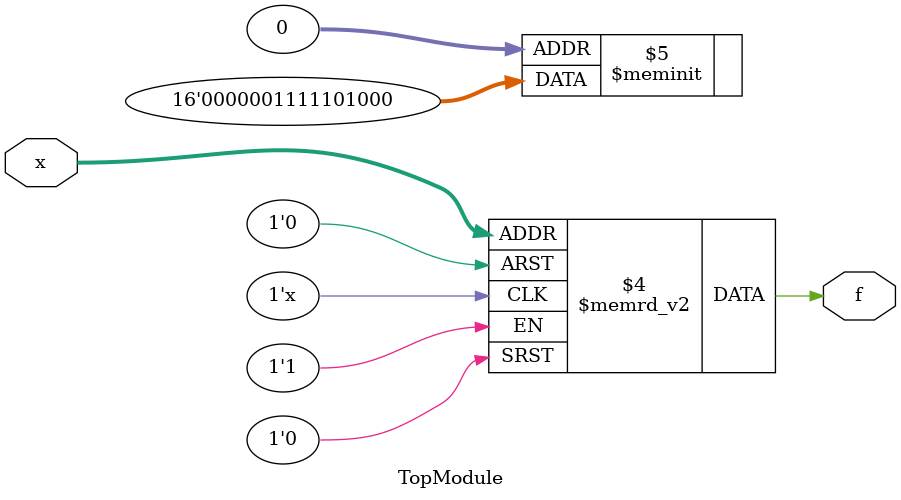
<source format=sv>
module TopModule (
    input logic [3:0] x,
    output logic f
);

always @(*) begin
    case (x)
        4'b0000: f = 1'b0; // d
        4'b0001: f = 1'b0; // 0
        4'b0010: f = 1'b0; // d
        4'b0011: f = 1'b1; // 1
        4'b0100: f = 1'b0; // 0
        4'b0101: f = 1'b1; // d
        4'b0110: f = 1'b1; // d
        4'b0111: f = 1'b1; // 1
        4'b1000: f = 1'b1; // 1
        4'b1001: f = 1'b1; // 1
        4'b1010: f = 1'b0; // 0
        4'b1011: f = 1'b0; // d
        4'b1100: f = 1'b0; // d
        4'b1101: f = 1'b0; // d
        4'b1110: f = 1'b0; // d
        4'b1111: f = 1'b0; // d
        default: f = 1'b0; // default case
    endcase
end

endmodule
</source>
